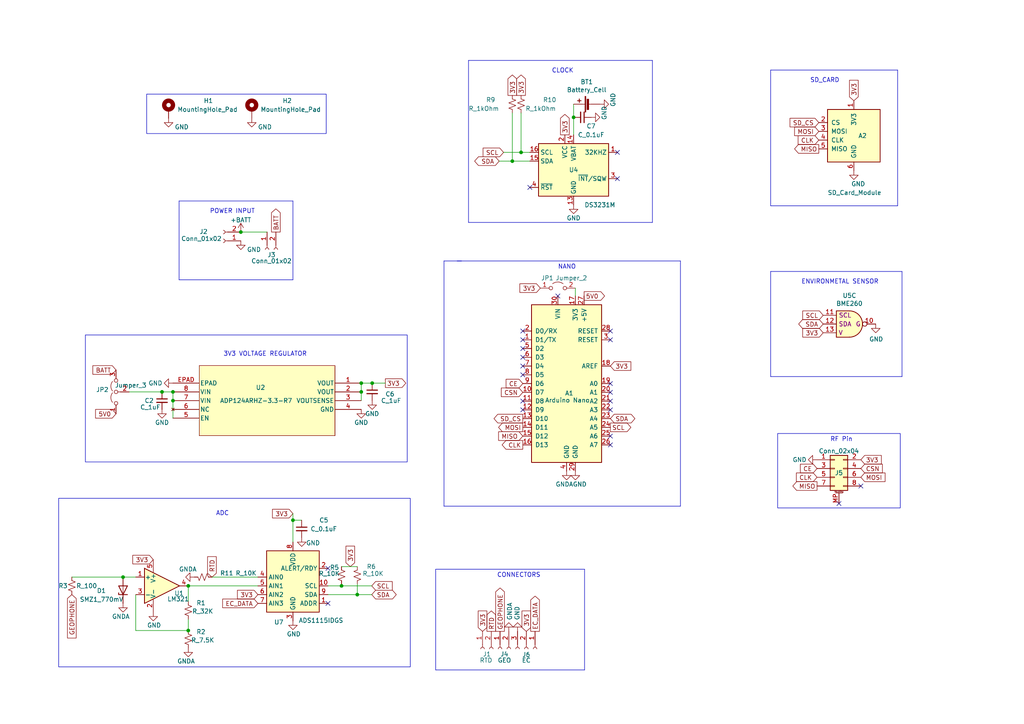
<source format=kicad_sch>
(kicad_sch (version 20250114) (generator "eeschema") (generator_version "9.0")
  (paper "A4")
  (title_block (title "PENETROMETER BOARD") (date "2023-05-05") (company "ARTS LAB"))
  (lib_symbols
    (symbol "4xxx:4023" (pin_names (offset 1.016))
      (property "Reference" "U" (at 0 1.27 0))
      (property "Value" "4023" (at 0 -1.27 0))
      (symbol "4023_1_1"
        (arc (start 0 3.81) (mid 3.7934 0) (end 0 -3.81) (stroke (width 0.254)) (fill (type background)))
        (polyline (pts (xy 0 3.81) (xy -3.81 3.81) (xy -3.81 -3.81) (xy 0 -3.81)) (stroke (width 0.254)) (fill (type background)))
        (pin input line (at -7.62 2.54 0) (length 3.81) (name "~") (number "1"))
        (pin input line (at -7.62 0 0) (length 3.81) (name "~") (number "2"))
        (pin input line (at -7.62 -2.54 0) (length 3.81) (name "~") (number "8"))
        (pin output inverted (at 7.62 0 180) (length 3.81) (name "~") (number "9"))
      )
      (symbol "4023_1_2"
        (arc (start -3.81 3.81) (mid -2.589 0) (end -3.81 -3.81) (stroke (width 0.254)))
        (polyline (pts (xy -3.81 3.81) (xy -0.635 3.81)) (stroke (width 0.254)) (fill (type background)))
        (polyline (pts (xy -3.81 -3.81) (xy -0.635 -3.81)) (stroke (width 0.254)) (fill (type background)))
        (arc (start 3.81 0) (mid 2.1855 -2.584) (end -0.6096 -3.81) (stroke (width 0.254)) (fill (type background)))
        (arc (start -0.6096 3.81) (mid 2.1928 2.5924) (end 3.81 0) (stroke (width 0.254)) (fill (type background)))
        (polyline (pts (xy -0.635 3.81) (xy -3.81 3.81) (xy -3.81 3.81) (xy -3.556 3.4036) (xy -3.0226 2.2606) (xy -2.6924 1.0414) (xy -2.6162 -0.254) (xy -2.7686 -1.4986) (xy -3.175 -2.7178) (xy -3.81 -3.81) (xy -3.81 -3.81) (xy -0.635 -3.81)) (stroke (width -25.4)) (fill (type background)))
        (pin input inverted (at -7.62 2.54 0) (length 4.318) (name "~") (number "1"))
        (pin input inverted (at -7.62 0 0) (length 4.953) (name "~") (number "2"))
        (pin input inverted (at -7.62 -2.54 0) (length 4.318) (name "~") (number "8"))
        (pin output line (at 7.62 0 180) (length 3.81) (name "~") (number "9"))
      )
      (symbol "4023_2_1"
        (arc (start 0 3.81) (mid 3.7934 0) (end 0 -3.81) (stroke (width 0.254)) (fill (type background)))
        (polyline (pts (xy 0 3.81) (xy -3.81 3.81) (xy -3.81 -3.81) (xy 0 -3.81)) (stroke (width 0.254)) (fill (type background)))
        (pin input line (at -7.62 2.54 0) (length 3.81) (name "~") (number "3"))
        (pin input line (at -7.62 0 0) (length 3.81) (name "~") (number "4"))
        (pin input line (at -7.62 -2.54 0) (length 3.81) (name "~") (number "5"))
        (pin output inverted (at 7.62 0 180) (length 3.81) (name "~") (number "6"))
      )
      (symbol "4023_2_2"
        (arc (start -3.81 3.81) (mid -2.589 0) (end -3.81 -3.81) (stroke (width 0.254)))
        (polyline (pts (xy -3.81 3.81) (xy -0.635 3.81)) (stroke (width 0.254)) (fill (type background)))
        (polyline (pts (xy -3.81 -3.81) (xy -0.635 -3.81)) (stroke (width 0.254)) (fill (type background)))
        (arc (start 3.81 0) (mid 2.1855 -2.584) (end -0.6096 -3.81) (stroke (width 0.254)) (fill (type background)))
        (arc (start -0.6096 3.81) (mid 2.1928 2.5924) (end 3.81 0) (stroke (width 0.254)) (fill (type background)))
        (polyline (pts (xy -0.635 3.81) (xy -3.81 3.81) (xy -3.81 3.81) (xy -3.556 3.4036) (xy -3.0226 2.2606) (xy -2.6924 1.0414) (xy -2.6162 -0.254) (xy -2.7686 -1.4986) (xy -3.175 -2.7178) (xy -3.81 -3.81) (xy -3.81 -3.81) (xy -0.635 -3.81)) (stroke (width -25.4)) (fill (type background)))
        (pin input inverted (at -7.62 2.54 0) (length 4.318) (name "~") (number "3"))
        (pin input inverted (at -7.62 0 0) (length 4.953) (name "~") (number "4"))
        (pin input inverted (at -7.62 -2.54 0) (length 4.318) (name "~") (number "5"))
        (pin output line (at 7.62 0 180) (length 3.81) (name "~") (number "6"))
      )
      (symbol "4023_3_1"
        (arc (start 0 3.81) (mid 3.7934 0) (end 0 -3.81) (stroke (width 0.254)) (fill (type background)))
        (polyline (pts (xy 0 3.81) (xy -3.81 3.81) (xy -3.81 -3.81) (xy 0 -3.81)) (stroke (width 0.254)) (fill (type background)))
        (pin input line (at -7.62 2.54 0) (length 3.81) (name "~") (number "11"))
        (pin input line (at -7.62 0 0) (length 3.81) (name "~") (number "12"))
        (pin input line (at -7.62 -2.54 0) (length 3.81) (name "~") (number "13"))
        (pin output inverted (at 7.62 0 180) (length 3.81) (name "~") (number "10"))
      )
      (symbol "4023_3_2"
        (arc (start -3.81 3.81) (mid -2.589 0) (end -3.81 -3.81) (stroke (width 0.254)))
        (polyline (pts (xy -3.81 3.81) (xy -0.635 3.81)) (stroke (width 0.254)) (fill (type background)))
        (polyline (pts (xy -3.81 -3.81) (xy -0.635 -3.81)) (stroke (width 0.254)) (fill (type background)))
        (arc (start 3.81 0) (mid 2.1855 -2.584) (end -0.6096 -3.81) (stroke (width 0.254)) (fill (type background)))
        (arc (start -0.6096 3.81) (mid 2.1928 2.5924) (end 3.81 0) (stroke (width 0.254)) (fill (type background)))
        (polyline (pts (xy -0.635 3.81) (xy -3.81 3.81) (xy -3.81 3.81) (xy -3.556 3.4036) (xy -3.0226 2.2606) (xy -2.6924 1.0414) (xy -2.6162 -0.254) (xy -2.7686 -1.4986) (xy -3.175 -2.7178) (xy -3.81 -3.81) (xy -3.81 -3.81) (xy -0.635 -3.81)) (stroke (width -25.4)) (fill (type background)))
        (pin input inverted (at -7.62 2.54 0) (length 4.318) (name "~") (number "11"))
        (pin input inverted (at -7.62 0 0) (length 4.953) (name "~") (number "12"))
        (pin input inverted (at -7.62 -2.54 0) (length 4.318) (name "~") (number "13"))
        (pin output line (at 7.62 0 180) (length 3.81) (name "~") (number "10"))
      )
      (symbol "4023_4_0"
        (pin power_in line (at 0 12.7 270) (length 5.08) (name "VDD") (number "14"))
        (pin power_in line (at 0 -12.7 90) (length 5.08) (name "VSS") (number "7"))
      )
      (symbol "4023_4_1"
        (rectangle (start -5.08 7.62) (end 5.08 -7.62) (stroke (width 0.254)) (fill (type background)))
      )
    )
    (symbol "Amplifier_Operational:LM321" (pin_names (offset 0.127))
      (property "Reference" "U" (at 0 7.62 0))
      (property "Value" "LM321" (at 0 5.08 0))
      (symbol "LM321_0_1"
        (polyline (pts (xy -5.08 5.08) (xy 5.08 0) (xy -5.08 -5.08) (xy -5.08 5.08)) (stroke (width 0.254)) (fill (type background)))
      )
      (symbol "LM321_1_1"
        (pin input line (at -7.62 2.54 0) (length 2.54) (name "+") (number "1"))
        (pin input line (at -7.62 -2.54 0) (length 2.54) (name "-") (number "3"))
        (pin power_in line (at -2.54 7.62 270) (length 3.81) (name "V+") (number "5"))
        (pin power_in line (at -2.54 -7.62 90) (length 3.81) (name "V-") (number "2"))
        (pin output line (at 7.62 0 180) (length 2.54) (name "~") (number "4"))
      )
    )
    (symbol "Analog_ADC:ADS1115IDGS"
      (property "Reference" "U" (at 2.54 13.97 0))
      (property "Value" "ADS1115IDGS" (at 7.62 11.43 0))
      (symbol "ADS1115IDGS_0_1"
        (rectangle (start -7.62 10.16) (end 7.62 -7.62) (stroke (width 0.254)) (fill (type background)))
      )
      (symbol "ADS1115IDGS_1_1"
        (pin input line (at -10.16 2.54 0) (length 2.54) (name "AIN0") (number "4"))
        (pin input line (at -10.16 0 0) (length 2.54) (name "AIN1") (number "5"))
        (pin input line (at -10.16 -2.54 0) (length 2.54) (name "AIN2") (number "6"))
        (pin input line (at -10.16 -5.08 0) (length 2.54) (name "AIN3") (number "7"))
        (pin power_in line (at 0 12.7 270) (length 2.54) (name "VDD") (number "8"))
        (pin power_in line (at 0 -10.16 90) (length 2.54) (name "GND") (number "3"))
        (pin output line (at 10.16 5.08 180) (length 2.54) (name "ALERT/RDY") (number "2"))
        (pin input line (at 10.16 0 180) (length 2.54) (name "SCL") (number "10"))
        (pin bidirectional line (at 10.16 -2.54 180) (length 2.54) (name "SDA") (number "9"))
        (pin input line (at 10.16 -5.08 180) (length 2.54) (name "ADDR") (number "1"))
      )
    )
    (symbol "Connector:Conn_01x02_Female" (pin_names (offset 1.016) (hide yes))
      (property "Reference" "J" (at 0 2.54 0))
      (property "Value" "Conn_01x02_Female" (at 0 -5.08 0))
      (symbol "Conn_01x02_Female_1_1"
        (polyline (pts (xy -1.27 0) (xy -0.508 0)) (stroke (width 0.1524)))
        (polyline (pts (xy -1.27 -2.54) (xy -0.508 -2.54)) (stroke (width 0.1524)))
        (arc (start 0 -0.508) (mid -0.5058 0) (end 0 0.508) (stroke (width 0.1524)))
        (arc (start 0 -3.048) (mid -0.5058 -2.54) (end 0 -2.032) (stroke (width 0.1524)))
        (pin passive line (at -5.08 0 0) (length 3.81) (name "Pin_1") (number "1"))
        (pin passive line (at -5.08 -2.54 0) (length 3.81) (name "Pin_2") (number "2"))
      )
    )
    (symbol "Connector:Conn_01x03_Socket" (pin_names (offset 1.016) (hide yes))
      (property "Reference" "J" (at 0 5.08 0))
      (property "Value" "Conn_01x03_Socket" (at 0 -5.08 0))
      (symbol "Conn_01x03_Socket_1_1"
        (polyline (pts (xy -1.27 2.54) (xy -0.508 2.54)) (stroke (width 0.1524)))
        (polyline (pts (xy -1.27 0) (xy -0.508 0)) (stroke (width 0.1524)))
        (polyline (pts (xy -1.27 -2.54) (xy -0.508 -2.54)) (stroke (width 0.1524)))
        (arc (start 0 2.032) (mid -0.5058 2.54) (end 0 3.048) (stroke (width 0.1524)))
        (arc (start 0 -0.508) (mid -0.5058 0) (end 0 0.508) (stroke (width 0.1524)))
        (arc (start 0 -3.048) (mid -0.5058 -2.54) (end 0 -2.032) (stroke (width 0.1524)))
        (pin passive line (at -5.08 2.54 0) (length 3.81) (name "Pin_1") (number "1"))
        (pin passive line (at -5.08 0 0) (length 3.81) (name "Pin_2") (number "2"))
        (pin passive line (at -5.08 -2.54 0) (length 3.81) (name "Pin_3") (number "3"))
      )
    )
    (symbol "Connector_Generic_MountingPin:Conn_02x04_Odd_Even_MountingPin" (pin_names (offset 1.016) (hide yes))
      (property "Reference" "J" (at 1.27 5.08 0))
      (property "Value" "Conn_02x04_Odd_Even_MountingPin" (at 2.54 -7.62 0))
      (symbol "Conn_02x04_Odd_Even_MountingPin_1_1"
        (rectangle (start -1.27 3.81) (end 3.81 -6.35) (stroke (width 0.254)) (fill (type background)))
        (rectangle (start -1.27 2.667) (end 0 2.413) (stroke (width 0.1524)))
        (rectangle (start -1.27 0.127) (end 0 -0.127) (stroke (width 0.1524)))
        (rectangle (start -1.27 -2.413) (end 0 -2.667) (stroke (width 0.1524)))
        (rectangle (start -1.27 -4.953) (end 0 -5.207) (stroke (width 0.1524)))
        (polyline (pts (xy 0.254 -7.112) (xy 2.286 -7.112)) (stroke (width 0.1524)))
        (rectangle (start 3.81 2.667) (end 2.54 2.413) (stroke (width 0.1524)))
        (rectangle (start 3.81 0.127) (end 2.54 -0.127) (stroke (width 0.1524)))
        (rectangle (start 3.81 -2.413) (end 2.54 -2.667) (stroke (width 0.1524)))
        (rectangle (start 3.81 -4.953) (end 2.54 -5.207) (stroke (width 0.1524)))
        (text "Mounting" (at 1.27 -6.731 0) (effects (font (size 0.381 0.381))))
        (pin passive line (at -5.08 2.54 0) (length 3.81) (name "Pin_1") (number "1"))
        (pin passive line (at -5.08 0 0) (length 3.81) (name "Pin_3") (number "3"))
        (pin passive line (at -5.08 -2.54 0) (length 3.81) (name "Pin_5") (number "5"))
        (pin passive line (at -5.08 -5.08 0) (length 3.81) (name "Pin_7") (number "7"))
        (pin passive line (at 1.27 -10.16 90) (length 3.048) (name "MountPin") (number "MP"))
        (pin passive line (at 7.62 2.54 180) (length 3.81) (name "Pin_2") (number "2"))
        (pin passive line (at 7.62 0 180) (length 3.81) (name "Pin_4") (number "4"))
        (pin passive line (at 7.62 -2.54 180) (length 3.81) (name "Pin_6") (number "6"))
        (pin passive line (at 7.62 -5.08 180) (length 3.81) (name "Pin_8") (number "8"))
      )
    )
    (symbol "Device:Battery_Cell" (pin_numbers (hide yes)) (pin_names (offset 0) (hide yes))
      (property "Reference" "BT" (at 2.54 2.54 0))
      (property "Value" "Battery_Cell" (at 2.54 0 0))
      (symbol "Battery_Cell_0_1"
        (rectangle (start -2.286 1.778) (end 2.286 1.524) (fill (type outline)))
        (rectangle (start -1.5748 1.1938) (end 1.4732 0.6858) (fill (type outline)))
        (polyline (pts (xy 0 1.778) (xy 0 2.54)))
        (polyline (pts (xy 0 0.762) (xy 0 0)))
        (polyline (pts (xy 0.508 3.429) (xy 1.524 3.429)) (stroke (width 0.254)))
        (polyline (pts (xy 1.016 3.937) (xy 1.016 2.921)) (stroke (width 0.254)))
      )
      (symbol "Battery_Cell_1_1"
        (pin passive line (at 0 5.08 270) (length 2.54) (name "+") (number "1"))
        (pin passive line (at 0 -2.54 90) (length 2.54) (name "-") (number "2"))
      )
    )
    (symbol "Device:C_Small" (pin_numbers (hide yes)) (pin_names (offset 0.254) (hide yes))
      (property "Reference" "C" (at 0.254 1.778 0))
      (property "Value" "C_Small" (at 0.254 -2.032 0))
      (symbol "C_Small_0_1"
        (polyline (pts (xy -1.524 0.508) (xy 1.524 0.508)) (stroke (width 0.3048)))
        (polyline (pts (xy -1.524 -0.508) (xy 1.524 -0.508)) (stroke (width 0.3302)))
      )
      (symbol "C_Small_1_1"
        (pin passive line (at 0 2.54 270) (length 2.032) (name "~") (number "1"))
        (pin passive line (at 0 -2.54 90) (length 2.032) (name "~") (number "2"))
      )
    )
    (symbol "Device:R_Small_US" (pin_numbers (hide yes)) (pin_names (offset 0.254) (hide yes))
      (property "Reference" "R" (at 0.762 0.508 0))
      (property "Value" "R_Small_US" (at 0.762 -1.016 0))
      (symbol "R_Small_US_1_1"
        (polyline (pts (xy 0 1.524) (xy 1.016 1.143) (xy 0 0.762) (xy -1.016 0.381) (xy 0 0)))
        (polyline (pts (xy 0 0) (xy 1.016 -0.381) (xy 0 -0.762) (xy -1.016 -1.143) (xy 0 -1.524)))
        (pin passive line (at 0 2.54 270) (length 1.016) (name "~") (number "1"))
        (pin passive line (at 0 -2.54 90) (length 1.016) (name "~") (number "2"))
      )
    )
    (symbol "Diode:SMZxxx" (pin_numbers (hide yes)) (pin_names (hide yes))
      (property "Reference" "D" (at 0 2.54 0))
      (property "Value" "SMZxxx" (at 0 -2.54 0))
      (symbol "SMZxxx_0_1"
        (polyline (pts (xy -1.27 -1.27) (xy -1.27 1.27) (xy -0.762 1.27)) (stroke (width 0.254)))
        (polyline (pts (xy 1.27 0) (xy -1.27 0)))
        (polyline (pts (xy 1.27 -1.27) (xy 1.27 1.27) (xy -1.27 0) (xy 1.27 -1.27)) (stroke (width 0.254)))
      )
      (symbol "SMZxxx_1_1"
        (pin passive line (at -3.81 0 0) (length 2.54) (name "K") (number "1"))
        (pin passive line (at 3.81 0 180) (length 2.54) (name "A") (number "2"))
      )
    )
    (symbol "Jumper:Jumper_2_Open" (pin_names (offset 0) (hide yes))
      (property "Reference" "JP" (at 0 2.794 0))
      (property "Value" "Jumper_2_Open" (at 0 -2.286 0))
      (symbol "Jumper_2_Open_0_0"
        (circle (center -2.032 0) (radius 0.508))
        (circle (center 2.032 0) (radius 0.508))
      )
      (symbol "Jumper_2_Open_0_1"
        (arc (start -1.524 1.27) (mid 0 1.778) (end 1.524 1.27))
      )
      (symbol "Jumper_2_Open_1_1"
        (pin passive line (at -5.08 0 0) (length 2.54) (name "A") (number "1"))
        (pin passive line (at 5.08 0 180) (length 2.54) (name "B") (number "2"))
      )
    )
    (symbol "Jumper:Jumper_3_Open" (pin_names (offset 0) (hide yes))
      (property "Reference" "JP" (at -2.54 -2.54 0))
      (property "Value" "Jumper_3_Open" (at 0 2.794 0))
      (symbol "Jumper_3_Open_0_0"
        (circle (center -3.302 0) (radius 0.508))
        (circle (center 0 0) (radius 0.508))
        (circle (center 3.302 0) (radius 0.508))
      )
      (symbol "Jumper_3_Open_0_1"
        (arc (start -3.048 1.016) (mid -1.651 1.4992) (end -0.254 1.016))
        (polyline (pts (xy 0 -0.508) (xy 0 -1.27)))
        (arc (start 0.254 1.016) (mid 1.651 1.4992) (end 3.048 1.016))
      )
      (symbol "Jumper_3_Open_1_1"
        (pin passive line (at -6.35 0 0) (length 2.54) (name "A") (number "1"))
        (pin passive line (at 0 -3.81 90) (length 2.54) (name "C") (number "2"))
        (pin passive line (at 6.35 0 180) (length 2.54) (name "B") (number "3"))
      )
    )
    (symbol "Mechanical:MountingHole_Pad" (pin_numbers (hide yes)) (pin_names (offset 1.016) (hide yes))
      (property "Reference" "H" (at 0 6.35 0))
      (property "Value" "MountingHole_Pad" (at 0 4.445 0))
      (symbol "MountingHole_Pad_0_1"
        (circle (center 0 1.27) (radius 1.27) (stroke (width 1.27)))
      )
      (symbol "MountingHole_Pad_1_1"
        (pin input line (at 0 -2.54 90) (length 2.54) (name "1") (number "1"))
      )
    )
    (symbol "Timer_RTC:DS3231M"
      (property "Reference" "U" (at -7.62 8.89 0))
      (property "Value" "DS3231M" (at 10.16 8.89 0))
      (symbol "DS3231M_0_1"
        (rectangle (start -10.16 7.62) (end 10.16 -7.62) (stroke (width 0.254)) (fill (type background)))
      )
      (symbol "DS3231M_1_1"
        (pin input line (at -12.7 5.08 0) (length 2.54) (name "SCL") (number "16"))
        (pin bidirectional line (at -12.7 2.54 0) (length 2.54) (name "SDA") (number "15"))
        (pin bidirectional line (at -12.7 -5.08 0) (length 2.54) (name "~{RST}") (number "4"))
        (pin power_in line (at -2.54 10.16 270) (length 2.54) (name "VCC") (number "2"))
        (pin power_in line (at 0 10.16 270) (length 2.54) (name "VBAT") (number "14"))
        (pin passive line (at 0 -10.16 90) (length 2.54) (hide yes) (name "GND") (number "10"))
        (pin passive line (at 0 -10.16 90) (length 2.54) (hide yes) (name "GND") (number "11"))
        (pin passive line (at 0 -10.16 90) (length 2.54) (hide yes) (name "GND") (number "12"))
        (pin power_in line (at 0 -10.16 90) (length 2.54) (name "GND") (number "13"))
        (pin passive line (at 0 -10.16 90) (length 2.54) (hide yes) (name "GND") (number "5"))
        (pin passive line (at 0 -10.16 90) (length 2.54) (hide yes) (name "GND") (number "6"))
        (pin passive line (at 0 -10.16 90) (length 2.54) (hide yes) (name "GND") (number "7"))
        (pin passive line (at 0 -10.16 90) (length 2.54) (hide yes) (name "GND") (number "8"))
        (pin passive line (at 0 -10.16 90) (length 2.54) (hide yes) (name "GND") (number "9"))
        (pin open_collector line (at 12.7 5.08 180) (length 2.54) (name "32KHZ") (number "1"))
        (pin open_collector line (at 12.7 -2.54 180) (length 2.54) (name "~{INT}/SQW") (number "3"))
      )
    )
    (symbol "power:+BATT" (power) (pin_names (offset 0))
      (property "Value" "+BATT" (at 0 3.556 0))
      (symbol "+BATT_0_1"
        (polyline (pts (xy -0.762 1.27) (xy 0 2.54)))
        (polyline (pts (xy 0 2.54) (xy 0.762 1.27)))
        (polyline (pts (xy 0 0) (xy 0 2.54)))
      )
      (symbol "+BATT_1_1"
        (pin power_in line (at 0 0 90) (length 0) (hide yes) (name "+BATT") (number "1"))
      )
    )
    (symbol "power:GND" (power) (pin_names (offset 0))
      (property "Value" "GND" (at 0 -3.81 0))
      (symbol "GND_0_1"
        (polyline (pts (xy 0 0) (xy 0 -1.27) (xy 1.27 -1.27) (xy 0 -2.54) (xy -1.27 -1.27) (xy 0 -1.27)))
      )
      (symbol "GND_1_1"
        (pin power_in line (at 0 0 270) (length 0) (hide yes) (name "GND") (number "1"))
      )
    )
    (symbol "power:GNDA" (power) (pin_names (offset 0))
      (property "Value" "GNDA" (at 0 -3.81 0))
      (symbol "GNDA_0_1"
        (polyline (pts (xy 0 0) (xy 0 -1.27) (xy 1.27 -1.27) (xy 0 -2.54) (xy -1.27 -1.27) (xy 0 -1.27)))
      )
      (symbol "GNDA_1_1"
        (pin power_in line (at 0 0 270) (length 0) (hide yes) (name "GNDA") (number "1"))
      )
    )
    (symbol "smart penetrometer update-rescue:ADP124ARHZ-3.3-R7" (pin_names (offset 0.254))
      (property "Reference" "U2" (at 29.21 -1.27 0))
      (property "Value" "ADP124ARHZ-3.3-R7" (at 30.48 -5.08 0))
      (symbol "ADP124ARHZ-3.3-R7_0_1"
        (polyline (pts (xy 7.62 5.08) (xy 7.62 -15.24)) (stroke (width 0.127)))
        (pin output line (at 0 0 0) (length 7.62) (name "VOUT") (number "1"))
        (pin output line (at 0 -2.54 0) (length 7.62) (name "VOUT") (number "2"))
        (pin output line (at 0 -5.08 0) (length 7.62) (name "VOUTSENSE") (number "3"))
        (pin power_in line (at 0 -7.62 0) (length 7.62) (name "GND") (number "4"))
        (pin unspecified line (at 54.61 0 180) (length 7.62) (name "EPAD") (number "EPAD"))
        (pin input line (at 54.61 -2.54 180) (length 7.62) (name "VIN") (number "8"))
        (pin input line (at 54.61 -5.08 180) (length 7.62) (name "VIN") (number "7"))
        (pin no_connect line (at 54.61 -7.62 180) (length 7.62) (name "NC") (number "6"))
        (pin input line (at 54.61 -10.16 180) (length 7.62) (name "EN") (number "5"))
      )
      (symbol "ADP124ARHZ-3.3-R7_1_1"
        (rectangle (start 7.62 5.08) (end 46.99 -15.24) (fill (type background)))
      )
    )
    (symbol "smart-penetrometer-update-rescue:Arduino_Nano_v3.x-MCU_Module-kitest-rescue-smart-penetrometer-rescue-smart-penetrometer-update-rescue" (pin_names (offset 1.016))
      (property "Reference" "A" (at -5.08 26.035 0))
      (property "Value" "Arduino_Nano_v3.x-MCU_Module-kitest-rescue-smart-penetrometer-rescue-smart-penetrometer-update-rescue" (at -5.08 24.13 0))
      (symbol "Arduino_Nano_v3.x-MCU_Module-kitest-rescue-smart-penetrometer-rescue-smart-penetrometer-update-rescue_0_1"
        (rectangle (start -10.16 22.86) (end 10.16 -22.86) (stroke (width 0.254)) (fill (type background)))
      )
      (symbol "Arduino_Nano_v3.x-MCU_Module-kitest-rescue-smart-penetrometer-rescue-smart-penetrometer-update-rescue_1_1"
        (pin bidirectional line (at -12.7 15.24 0) (length 2.54) (name "D0/RX") (number "2"))
        (pin bidirectional line (at -12.7 12.7 0) (length 2.54) (name "D1/TX") (number "1"))
        (pin bidirectional line (at -12.7 10.16 0) (length 2.54) (name "D2") (number "5"))
        (pin bidirectional line (at -12.7 7.62 0) (length 2.54) (name "D3") (number "6"))
        (pin bidirectional line (at -12.7 5.08 0) (length 2.54) (name "D4") (number "7"))
        (pin bidirectional line (at -12.7 2.54 0) (length 2.54) (name "D5") (number "8"))
        (pin bidirectional line (at -12.7 0 0) (length 2.54) (name "D6") (number "9"))
        (pin bidirectional line (at -12.7 -2.54 0) (length 2.54) (name "D7") (number "10"))
        (pin bidirectional line (at -12.7 -5.08 0) (length 2.54) (name "D8") (number "11"))
        (pin bidirectional line (at -12.7 -7.62 0) (length 2.54) (name "D9") (number "12"))
        (pin bidirectional line (at -12.7 -10.16 0) (length 2.54) (name "D10") (number "13"))
        (pin bidirectional line (at -12.7 -12.7 0) (length 2.54) (name "D11") (number "14"))
        (pin bidirectional line (at -12.7 -15.24 0) (length 2.54) (name "D12") (number "15"))
        (pin bidirectional line (at -12.7 -17.78 0) (length 2.54) (name "D13") (number "16"))
        (pin power_in line (at -2.54 25.4 270) (length 2.54) (name "VIN") (number "30"))
        (pin power_in line (at 0 -25.4 90) (length 2.54) (name "GND") (number "4"))
        (pin power_out line (at 2.54 25.4 270) (length 2.54) (name "3V3") (number "17"))
        (pin power_in line (at 2.54 -25.4 90) (length 2.54) (name "GND") (number "29"))
        (pin power_out line (at 5.08 25.4 270) (length 2.54) (name "+5V") (number "27"))
        (pin input line (at 12.7 15.24 180) (length 2.54) (name "RESET") (number "28"))
        (pin input line (at 12.7 12.7 180) (length 2.54) (name "RESET") (number "3"))
        (pin input line (at 12.7 5.08 180) (length 2.54) (name "AREF") (number "18"))
        (pin bidirectional line (at 12.7 0 180) (length 2.54) (name "A0") (number "19"))
        (pin bidirectional line (at 12.7 -2.54 180) (length 2.54) (name "A1") (number "20"))
        (pin bidirectional line (at 12.7 -5.08 180) (length 2.54) (name "A2") (number "21"))
        (pin bidirectional line (at 12.7 -7.62 180) (length 2.54) (name "A3") (number "22"))
        (pin bidirectional line (at 12.7 -10.16 180) (length 2.54) (name "A4") (number "23"))
        (pin bidirectional line (at 12.7 -12.7 180) (length 2.54) (name "A5") (number "24"))
        (pin bidirectional line (at 12.7 -15.24 180) (length 2.54) (name "A6") (number "25"))
        (pin bidirectional line (at 12.7 -17.78 180) (length 2.54) (name "A7") (number "26"))
      )
    )
    (symbol "smart-penetrometer-update-rescue:SD_Card_Module-Charleslabs_Parts-kitest-rescue-smart-penetrometer-rescue-smart-penetrometer-update-rescue" (pin_names (offset 1.016))
      (property "Reference" "A" (at -7.62 10.16 0))
      (property "Value" "SD_Card_Module-Charleslabs_Parts-kitest-rescue-smart-penetrometer-rescue-smart-penetrometer-update-rescue" (at 10.16 10.16 0))
      (symbol "SD_Card_Module-Charleslabs_Parts-kitest-rescue-smart-penetrometer-rescue-smart-penetrometer-update-rescue_0_1"
        (rectangle (start -7.62 7.62) (end 7.62 -7.62) (stroke (width 0.254)) (fill (type background)))
      )
      (symbol "SD_Card_Module-Charleslabs_Parts-kitest-rescue-smart-penetrometer-rescue-smart-penetrometer-update-rescue_1_1"
        (pin input line (at -10.16 3.81 0) (length 2.54) (name "CS") (number "2"))
        (pin input line (at -10.16 1.27 0) (length 2.54) (name "MOSI") (number "3"))
        (pin input line (at -10.16 -1.27 0) (length 2.54) (name "CLK") (number "4"))
        (pin tri_state line (at -10.16 -3.81 0) (length 2.54) (name "MISO") (number "5"))
        (pin power_in line (at 0 10.16 270) (length 2.54) (name "3V3") (number "1"))
        (pin power_in line (at 0 -10.16 90) (length 2.54) (name "GND") (number "6"))
      )
    )
  )
  (rectangle (start 42.545 27.305) (end 94.615 38.735))
  (rectangle (start 24.765 97.155) (end 118.11 133.985))
  (rectangle (start 17.018 144.526) (end 118.999 193.421))
  (rectangle (start 225.552 125.73) (end 261.112 147.32))
  (text "ADC" (at 62.611 149.733 0) (effects (font (size 1.27 1.27)) (justify left bottom)))
  (text "POWER INPUT" (at 60.833 62.103 0) (effects (font (size 1.27 1.27)) (justify left bottom)))
  (text "3V3 VOLTAGE REGULATOR" (at 64.77 103.505 0) (effects (font (size 1.27 1.27)) (justify left bottom)))
  (text "NANO" (at 161.798 78.232 0) (effects (font (size 1.27 1.27)) (justify left bottom)))
  (text "CLOCK" (at 160.02 21.336 0) (effects (font (size 1.27 1.27)) (justify left bottom)))
  (text "RF Pin" (at 240.792 128.27 0) (effects (font (size 1.27 1.27)) (justify left bottom)))
  (text "CONNECTORS" (at 144.145 167.64 0) (effects (font (size 1.27 1.27)) (justify left bottom)))
  (text "SD_CARD" (at 234.95 24.13 0) (effects (font (size 1.27 1.27)) (justify left bottom)))
  (text "ENVIRONMETAL SENSOR" (at 232.41 82.55 0) (effects (font (size 1.27 1.27)) (justify left bottom)))
  (junction (at 54.61 169.926))
  (junction (at 151.13 44.196))
  (junction (at 54.61 182.88))
  (junction (at 107.95 111.125))
  (junction (at 103.632 172.466))
  (junction (at 46.99 113.665))
  (junction (at 35.687 167.386))
  (junction (at 166.37 34.036))
  (junction (at 69.85 67.31))
  (junction (at 99.06 169.926))
  (junction (at 50.165 116.205))
  (junction (at 50.165 113.665))
  (junction (at 104.775 113.665))
  (junction (at 104.775 111.125))
  (junction (at 84.963 150.876))
  (junction (at 148.59 46.736))
  (no_connect (at 151.638 108.712))
  (no_connect (at 161.798 85.852))
  (no_connect (at 177.038 111.252))
  (no_connect (at 249.682 140.97))
  (no_connect (at 177.038 98.552))
  (no_connect (at 151.638 116.332))
  (no_connect (at 243.332 146.05))
  (no_connect (at 151.638 118.872))
  (no_connect (at 177.038 129.032))
  (no_connect (at 151.638 106.172))
  (no_connect (at 177.038 116.332))
  (no_connect (at 95.123 175.006))
  (no_connect (at 177.038 118.872))
  (no_connect (at 151.638 101.092))
  (no_connect (at 153.67 54.356))
  (no_connect (at 151.638 98.552))
  (no_connect (at 177.038 113.792))
  (no_connect (at 151.638 96.012))
  (no_connect (at 179.07 44.196))
  (no_connect (at 177.038 126.492))
  (no_connect (at 179.07 51.816))
  (no_connect (at 151.638 103.632))
  (no_connect (at 177.038 96.012))
  (no_connect (at 95.123 164.846))
  (wire (pts (xy 46.99 113.665) (xy 50.165 113.665)))
  (wire (pts (xy 99.06 169.418) (xy 99.06 169.926)))
  (wire (pts (xy 151.13 44.196) (xy 153.67 44.196)))
  (wire (pts (xy 50.165 116.205) (xy 50.165 121.285)))
  (polyline (pts (xy 261.62 109.22) (xy 223.52 109.22)))
  (wire (pts (xy 84.963 148.971) (xy 84.963 150.876)))
  (wire (pts (xy 54.61 182.88) (xy 39.37 182.88)))
  (wire (pts (xy 148.59 46.736) (xy 153.67 46.736)))
  (wire (pts (xy 54.61 169.926) (xy 74.803 169.926)))
  (polyline (pts (xy 189.23 64.516) (xy 189.23 17.526)))
  (polyline (pts (xy 197.358 146.812) (xy 128.778 146.812)))
  (wire (pts (xy 166.37 34.036) (xy 166.37 39.116)))
  (polyline (pts (xy 128.778 146.812) (xy 128.778 75.692)))
  (polyline (pts (xy 223.52 78.74) (xy 223.52 109.22)))
  (polyline (pts (xy 261.62 78.74) (xy 261.62 109.22)))
  (wire (pts (xy 104.775 113.665) (xy 104.775 116.205)))
  (polyline (pts (xy 223.52 59.69) (xy 260.35 59.69)))
  (polyline (pts (xy 51.943 58.293) (xy 51.943 81.153)))
  (wire (pts (xy 74.803 167.386) (xy 61.468 167.386)))
  (wire (pts (xy 104.775 111.125) (xy 107.95 111.125)))
  (polyline (pts (xy 260.35 20.32) (xy 223.52 20.32)))
  (wire (pts (xy 50.165 113.665) (xy 50.165 116.205)))
  (polyline (pts (xy 169.545 165.1) (xy 169.545 194.31)))
  (wire (pts (xy 104.775 111.125) (xy 104.775 113.665)))
  (polyline (pts (xy 84.963 58.293) (xy 51.943 58.293)))
  (wire (pts (xy 151.13 32.766) (xy 151.13 44.196)))
  (wire (pts (xy 69.85 67.31) (xy 77.47 67.31)))
  (polyline (pts (xy 197.358 75.692) (xy 197.358 146.812)))
  (wire (pts (xy 54.61 169.926) (xy 54.61 174.498)))
  (wire (pts (xy 166.878 83.566) (xy 166.878 85.852)))
  (polyline (pts (xy 84.963 81.153) (xy 84.963 58.293)))
  (wire (pts (xy 103.632 169.418) (xy 103.632 172.466)))
  (wire (pts (xy 95.123 172.466) (xy 103.632 172.466)))
  (polyline (pts (xy 223.52 78.74) (xy 261.62 78.74)))
  (polyline (pts (xy 126.365 165.1) (xy 169.545 165.1)))
  (polyline (pts (xy 128.778 75.692) (xy 133.858 75.692)))
  (wire (pts (xy 54.61 179.578) (xy 54.61 182.88)))
  (wire (pts (xy 39.37 182.88) (xy 39.37 172.466)))
  (wire (pts (xy 146.05 44.196) (xy 151.13 44.196)))
  (wire (pts (xy 99.06 169.926) (xy 107.823 169.926)))
  (polyline (pts (xy 223.52 20.32) (xy 223.52 59.69)))
  (wire (pts (xy 166.37 30.226) (xy 166.37 34.036)))
  (wire (pts (xy 20.828 167.386) (xy 35.687 167.386)))
  (wire (pts (xy 103.632 172.466) (xy 107.823 172.466)))
  (polyline (pts (xy 126.365 194.31) (xy 126.365 165.1)))
  (wire (pts (xy 84.963 150.876) (xy 87.503 150.876)))
  (polyline (pts (xy 169.545 194.31) (xy 126.365 194.31)))
  (polyline (pts (xy 135.89 17.526) (xy 189.23 17.526)))
  (polyline (pts (xy 132.588 75.692) (xy 197.358 75.692)))
  (polyline (pts (xy 135.89 17.526) (xy 135.89 64.516)))
  (wire (pts (xy 148.59 32.766) (xy 148.59 46.736)))
  (wire (pts (xy 144.78 46.736) (xy 148.59 46.736)))
  (wire (pts (xy 84.963 150.876) (xy 84.963 157.226)))
  (wire (pts (xy 37.465 113.665) (xy 46.99 113.665)))
  (wire (pts (xy 95.123 169.926) (xy 99.06 169.926)))
  (polyline (pts (xy 51.943 81.153) (xy 84.963 81.153)))
  (wire (pts (xy 35.687 167.386) (xy 39.37 167.386)))
  (polyline (pts (xy 260.35 59.69) (xy 260.35 20.32)))
  (polyline (pts (xy 135.89 64.516) (xy 189.23 64.516)))
  (wire (pts (xy 107.95 111.125) (xy 111.76 111.125)))
  (wire (pts (xy 99.06 164.338) (xy 103.632 164.338)))
  (global_label "3V3" (shape input) (at 44.45 162.306 180) (property "Intersheetrefs" "${INTERSHEET_REFS}" (effects (hide yes))))
  (global_label "SDA" (shape bidirectional) (at 144.78 46.736 180) (property "Intersheetrefs" "${INTERSHEET_REFS}" (effects (hide yes))))
  (global_label "SCL" (shape input) (at 146.05 44.196 180) (property "Intersheetrefs" "${INTERSHEET_REFS}" (effects (hide yes))))
  (global_label "CSN" (shape input) (at 151.638 113.792 180) (property "Intersheetrefs" "${INTERSHEET_REFS}" (effects (hide yes))))
  (global_label "EC_DATA" (shape output) (at 155.194 183.134 90) (property "Intersheetrefs" "${INTERSHEET_REFS}" (effects (hide yes))))
  (global_label "GEOPHONE" (shape input) (at 20.828 172.466 270) (property "Intersheetrefs" "${INTERSHEET_REFS}" (effects (hide yes))))
  (global_label "CLK" (shape input) (at 236.982 138.43 180) (property "Intersheetrefs" "${INTERSHEET_REFS}" (effects (hide yes))))
  (global_label "MOSI" (shape input) (at 237.49 38.1 180) (property "Intersheetrefs" "${INTERSHEET_REFS}" (effects (hide yes))))
  (global_label "SCL" (shape input) (at 238.76 91.44 180) (property "Intersheetrefs" "${INTERSHEET_REFS}" (effects (hide yes))))
  (global_label "CLK" (shape input) (at 237.49 40.64 180) (property "Intersheetrefs" "${INTERSHEET_REFS}" (effects (hide yes))))
  (global_label "5V0" (shape output) (at 169.418 85.852 0) (property "Intersheetrefs" "${INTERSHEET_REFS}" (effects (hide yes))))
  (global_label "SCL" (shape output) (at 177.038 123.952 0) (property "Intersheetrefs" "${INTERSHEET_REFS}" (effects (hide yes))))
  (global_label "3V3" (shape input) (at 139.954 183.134 90) (property "Intersheetrefs" "${INTERSHEET_REFS}" (effects (hide yes))))
  (global_label "3V3" (shape input) (at 177.038 106.172 0) (property "Intersheetrefs" "${INTERSHEET_REFS}" (effects (hide yes))))
  (global_label "3V3" (shape input) (at 152.654 183.134 90) (property "Intersheetrefs" "${INTERSHEET_REFS}" (effects (hide yes))))
  (global_label "EC_DATA" (shape input) (at 74.803 175.006 180) (property "Intersheetrefs" "${INTERSHEET_REFS}" (effects (hide yes))))
  (global_label "3V3" (shape input) (at 101.6 164.338 90) (property "Intersheetrefs" "${INTERSHEET_REFS}" (effects (hide yes))))
  (global_label "CLK" (shape output) (at 151.638 129.032 180) (property "Intersheetrefs" "${INTERSHEET_REFS}" (effects (hide yes))))
  (global_label "GEOPHONE" (shape output) (at 145.034 183.134 90) (property "Intersheetrefs" "${INTERSHEET_REFS}" (effects (hide yes))))
  (global_label "5V0" (shape input) (at 33.655 120.015 180) (property "Intersheetrefs" "${INTERSHEET_REFS}" (effects (hide yes))))
  (global_label "3V3" (shape output) (at 148.59 27.686 90) (property "Intersheetrefs" "${INTERSHEET_REFS}" (effects (hide yes))))
  (global_label "SDA" (shape bidirectional) (at 107.823 172.466 0) (property "Intersheetrefs" "${INTERSHEET_REFS}" (effects (hide yes))))
  (global_label "BATT" (shape output) (at 80.01 67.31 90) (property "Intersheetrefs" "${INTERSHEET_REFS}" (effects (hide yes))))
  (global_label "SD_CS" (shape input) (at 237.49 35.56 180) (property "Intersheetrefs" "${INTERSHEET_REFS}" (effects (hide yes))))
  (global_label "3V3" (shape input) (at 238.76 96.52 180) (property "Intersheetrefs" "${INTERSHEET_REFS}" (effects (hide yes))))
  (global_label "SDA" (shape bidirectional) (at 238.76 93.98 180) (property "Intersheetrefs" "${INTERSHEET_REFS}" (effects (hide yes))))
  (global_label "MISO" (shape output) (at 236.982 140.97 180) (property "Intersheetrefs" "${INTERSHEET_REFS}" (effects (hide yes))))
  (global_label "CSN" (shape input) (at 249.682 135.89 0) (property "Intersheetrefs" "${INTERSHEET_REFS}" (effects (hide yes))))
  (global_label "SD_CS" (shape output) (at 151.638 121.412 180) (property "Intersheetrefs" "${INTERSHEET_REFS}" (effects (hide yes))))
  (global_label "RTD" (shape input) (at 61.468 167.386 90) (property "Intersheetrefs" "${INTERSHEET_REFS}" (effects (hide yes))))
  (global_label "3V3" (shape output) (at 151.13 27.686 90) (property "Intersheetrefs" "${INTERSHEET_REFS}" (effects (hide yes))))
  (global_label "CE" (shape input) (at 236.982 135.89 180) (property "Intersheetrefs" "${INTERSHEET_REFS}" (effects (hide yes))))
  (global_label "3V3" (shape output) (at 111.76 111.125 0) (property "Intersheetrefs" "${INTERSHEET_REFS}" (effects (hide yes))))
  (global_label "MOSI" (shape input) (at 249.682 138.43 0) (property "Intersheetrefs" "${INTERSHEET_REFS}" (effects (hide yes))))
  (global_label "BATT" (shape input) (at 33.655 107.315 180) (property "Intersheetrefs" "${INTERSHEET_REFS}" (effects (hide yes))))
  (global_label "3V3" (shape input) (at 247.65 29.21 90) (property "Intersheetrefs" "${INTERSHEET_REFS}" (effects (hide yes))))
  (global_label "RTD" (shape output) (at 142.494 183.134 90) (property "Intersheetrefs" "${INTERSHEET_REFS}" (effects (hide yes))))
  (global_label "3V3" (shape input) (at 84.963 148.971 180) (property "Intersheetrefs" "${INTERSHEET_REFS}" (effects (hide yes))))
  (global_label "3V3" (shape output) (at 163.83 39.116 90) (property "Intersheetrefs" "${INTERSHEET_REFS}" (effects (hide yes))))
  (global_label "CE" (shape input) (at 151.638 111.252 180) (property "Intersheetrefs" "${INTERSHEET_REFS}" (effects (hide yes))))
  (global_label "3V3" (shape input) (at 74.803 172.466 180) (property "Intersheetrefs" "${INTERSHEET_REFS}" (effects (hide yes))))
  (global_label "3V3" (shape input) (at 156.718 83.566 180) (property "Intersheetrefs" "${INTERSHEET_REFS}" (effects (hide yes))))
  (global_label "SCL" (shape input) (at 107.823 169.926 0) (property "Intersheetrefs" "${INTERSHEET_REFS}" (effects (hide yes))))
  (global_label "MISO" (shape input) (at 151.638 126.492 180) (property "Intersheetrefs" "${INTERSHEET_REFS}" (effects (hide yes))))
  (global_label "MISO" (shape output) (at 237.49 43.18 180) (property "Intersheetrefs" "${INTERSHEET_REFS}" (effects (hide yes))))
  (global_label "3V3" (shape input) (at 249.682 133.35 0) (property "Intersheetrefs" "${INTERSHEET_REFS}" (effects (hide yes))))
  (global_label "SDA" (shape bidirectional) (at 177.038 121.412 0) (property "Intersheetrefs" "${INTERSHEET_REFS}" (effects (hide yes))))
  (global_label "MOSI" (shape output) (at 151.638 123.952 180) (property "Intersheetrefs" "${INTERSHEET_REFS}" (effects (hide yes))))
  (symbol (lib_id "Connector:Conn_01x02_Female") (at 139.954 188.214 90) (mirror x) (unit 1)
    (property "Reference" "J1" (at 141.224 189.738 90))
    (property "Value" "RTD" (at 140.97 191.516 90))
    (property "Footprint" "custom:JST_PH_B2B-PH-K_1x02_P2.00mm_Vertical" (effects (hide yes)))
  )
  (symbol (lib_id "power:GND") (at 87.503 155.956 0) (unit 1)
    (property "Reference" "#PWR011" (effects (hide yes)))
    (property "Value" "GND" (at 92.837 157.48 0) (effects (justify right)))
  )
  (symbol (lib_id "Connector:Conn_01x02_Female") (at 77.47 72.39 90) (mirror x) (unit 1)
    (property "Reference" "J3" (at 78.74 73.914 90))
    (property "Value" "Conn_01x02" (at 78.74 75.692 90))
    (property "Footprint" "custom:JST_PH_B2B-PH-K_1x02_P2.00mm_Vertical" (effects (hide yes)))
  )
  (symbol (lib_id "power:GND") (at 73.025 34.29 0) (unit 1)
    (property "Reference" "#PWR07" (effects (hide yes)))
    (property "Value" "GND" (at 76.835 36.83 0))
  )
  (symbol (lib_id "Device:Battery_Cell") (at 171.45 30.226 90) (unit 1)
    (property "Reference" "BT1" (at 170.18 23.749 90))
    (property "Value" "Battery_Cell" (at 170.18 26.0604 90))
    (property "Footprint" "kitest:battery_holder_10mm" (effects (hide yes)))
  )
  (symbol (lib_id "Device:R_Small_US") (at 54.61 177.038 0) (unit 1)
    (property "Reference" "R1" (at 58.293 174.879 0))
    (property "Value" "R_32K" (at 58.801 177.292 0))
    (property "Footprint" "Resistor_SMD:R_1206_3216Metric" (effects (hide yes)))
  )
  (symbol (lib_id "power:+BATT") (at 69.85 67.31 0) (unit 1)
    (property "Reference" "#PWR04" (effects (hide yes)))
    (property "Value" "+BATT" (at 69.85 63.8081 0))
  )
  (symbol (lib_id "Connector:Conn_01x03_Socket") (at 152.654 188.214 270) (unit 1)
    (property "Reference" "J6" (at 152.654 189.8833 90))
    (property "Value" "EC" (at 152.654 191.516 90))
    (property "Footprint" "custom:JST_PH_B3B-PH-K_1x03_P2.00mm_Vertical" (effects (hide yes)))
    (property "Description" "Generic connector, single row, 01x03, script generated" (effects (hide yes)))
  )
  (symbol (lib_id "Amplifier_Operational:LM321") (at 46.99 169.926 0) (unit 1)
    (property "Reference" "U1" (at 51.943 172.085 0))
    (property "Value" "LM321" (at 51.689 173.736 0))
    (property "Footprint" "Package_TO_SOT_SMD:SOT-23-5" (effects (hide yes)))
    (property "Datasheet" "http://www.ti.com/lit/ds/symlink/lm321.pdf" (effects (hide yes)))
  )
  (symbol (lib_id "power:GND") (at 107.95 116.205 0) (unit 1)
    (property "Reference" "#PWR010" (effects (hide yes)))
    (property "Value" "GND" (at 107.95 120.015 0))
  )
  (symbol (lib_id "power:GND") (at 104.775 118.745 0) (unit 1)
    (property "Reference" "#PWR03" (effects (hide yes)))
    (property "Value" "GND" (at 104.775 122.555 0))
  )
  (symbol (lib_id "smart-penetrometer-update-rescue:SD_Card_Module-Charleslabs_Parts-kitest-rescue-smart-penetrometer-rescue-smart-penetrometer-update-rescue") (at 247.65 39.37 0) (unit 1)
    (property "Reference" "A2" (at 248.92 39.37 0) (effects (justify left)))
    (property "Value" "SD_Card_Module" (at 240.03 55.88 0) (effects (justify left)))
    (property "Footprint" "kitest:SD Module" (effects (hide yes)))
  )
  (symbol (lib_id "power:GND") (at 173.99 30.226 90) (unit 1)
    (property "Reference" "#PWR017" (effects (hide yes)))
    (property "Value" "GND" (at 177.8 28.956 0))
  )
  (symbol (lib_id "power:GNDA") (at 35.687 175.006 0) (unit 1)
    (property "Reference" "#PWR026" (effects (hide yes)))
    (property "Value" "GNDA" (at 35.052 178.816 0))
  )
  (symbol (lib_id "Timer_RTC:DS3231M") (at 166.37 49.276 0) (unit 1)
    (property "Reference" "U4" (at 166.37 49.276 0))
    (property "Value" "DS3231M" (at 173.99 59.436 0))
    (property "Footprint" "Package_SO:SOIC-16W_7.5x10.3mm_P1.27mm" (effects (hide yes)))
    (property "Datasheet" "http://datasheets.maximintegrated.com/en/ds/DS3231.pdf" (effects (hide yes)))
  )
  (symbol (lib_id "power:GNDA") (at 147.574 183.134 180) (unit 1)
    (property "Reference" "#PWR027" (effects (hide yes)))
    (property "Value" "GNDA" (at 147.828 177.292 90))
  )
  (symbol (lib_id "Device:C_Small") (at 107.95 113.665 0) (unit 1)
    (property "Reference" "C6" (at 111.76 114.3 0) (effects (justify left)))
    (property "Value" "C_1uF" (at 110.49 116.205 0) (effects (justify left)))
    (property "Footprint" "Capacitor_SMD:C_1206_3216Metric" (effects (hide yes)))
  )
  (symbol (lib_id "Connector_Generic_MountingPin:Conn_02x04_Odd_Even_MountingPin") (at 242.062 135.89 0) (unit 1)
    (property "Reference" "J5" (at 243.332 137.16 0))
    (property "Value" "Conn_02x04" (at 243.332 130.81 0))
    (property "Footprint" "Connector_PinSocket_2.54mm:PinSocket_2x04_P2.54mm_Vertical" (effects (hide yes)))
  )
  (symbol (lib_id "power:GND") (at 46.99 118.745 0) (unit 1)
    (property "Reference" "#PWR02" (effects (hide yes)))
    (property "Value" "GND" (at 46.99 122.555 0))
  )
  (symbol (lib_id "Connector:Conn_01x02_Female") (at 64.77 69.85 180) (unit 1)
    (property "Reference" "J2" (at 59.055 67.183 0))
    (property "Value" "Conn_01x02" (at 58.42 69.215 0))
    (property "Footprint" "custom:JST_PH_B2B-PH-K_1x02_P2.00mm_Vertical" (effects (hide yes)))
  )
  (symbol (lib_id "Device:R_Small_US") (at 58.928 167.386 270) (mirror x) (unit 1)
    (property "Reference" "R11" (at 65.786 166.243 90))
    (property "Value" "R_10K" (at 71.374 166.243 90))
    (property "Footprint" "Resistor_SMD:R_1206_3216Metric" (effects (hide yes)))
  )
  (symbol (lib_id "4xxx:4023") (at 246.38 93.98 0) (unit 3)
    (property "Reference" "U5" (at 246.38 85.725 0))
    (property "Value" "BME260" (at 246.38 88.0364 0))
    (property "Footprint" "kitest:BME260" (effects (hide yes)))
    (property "Datasheet" "http://www.intersil.com/content/dam/Intersil/documents/cd40/cd4011bms-12bms-23bms.pdf" (effects (hide yes)))
    (property "4" "G" (at 248.92 93.98 0))
    (property "2" "SCL" (at 245.11 91.44 0))
    (property "1" "SDA" (at 245.11 93.98 0))
    (property "3" "V" (at 243.84 96.52 0))
  )
  (symbol (lib_id "power:GND") (at 69.85 69.85 0) (unit 1)
    (property "Reference" "#PWR05" (effects (hide yes)))
    (property "Value" "GND" (at 73.66 72.39 0))
  )
  (symbol (lib_id "power:GNDA") (at 164.338 136.652 0) (unit 1)
    (property "Reference" "#PWR018" (effects (hide yes)))
    (property "Value" "GNDA" (at 163.703 140.462 0))
  )
  (symbol (lib_id "power:GND") (at 48.895 34.29 0) (unit 1)
    (property "Reference" "#PWR01" (effects (hide yes)))
    (property "Value" "GND" (at 52.705 36.83 0))
  )
  (symbol (lib_id "power:GND") (at 166.878 136.652 0) (unit 1)
    (property "Reference" "#PWR019" (effects (hide yes)))
    (property "Value" "GND" (at 168.148 140.462 0))
  )
  (symbol (lib_id "Device:R_Small_US") (at 54.61 185.42 0) (unit 1)
    (property "Reference" "R2" (at 58.293 183.261 0))
    (property "Value" "R_7.5K" (at 58.801 185.674 0))
    (property "Footprint" "Resistor_SMD:R_1206_3216Metric" (effects (hide yes)))
  )
  (symbol (lib_id "Connector:Conn_01x02_Female") (at 145.034 188.214 90) (mirror x) (unit 1)
    (property "Reference" "J4" (at 146.304 189.738 90))
    (property "Value" "GEO" (at 146.304 191.516 90))
    (property "Footprint" "custom:JST_PH_B2B-PH-K_1x02_P2.00mm_Vertical" (effects (hide yes)))
  )
  (symbol (lib_id "Device:C_Small") (at 46.99 116.205 0) (unit 1)
    (property "Reference" "C2" (at 41.91 116.205 0) (effects (justify left)))
    (property "Value" "C_1uF" (at 40.64 118.11 0) (effects (justify left)))
    (property "Footprint" "Capacitor_SMD:C_1206_3216Metric" (effects (hide yes)))
  )
  (symbol (lib_id "Mechanical:MountingHole_Pad") (at 48.895 31.75 0) (unit 1)
    (property "Reference" "H1" (at 59.055 29.21 0) (effects (justify left)))
    (property "Value" "MountingHole_Pad" (at 51.435 31.7573 0) (effects (justify left)))
    (property "Footprint" "MountingHole:MountingHole_3.2mm_M3_Pad" (effects (hide yes)))
  )
  (symbol (lib_id "power:GND") (at 44.45 177.546 0) (unit 1)
    (property "Reference" "#PWR025" (effects (hide yes)))
    (property "Value" "GND" (at 46.736 181.356 0) (effects (justify right)))
  )
  (symbol (lib_id "Mechanical:MountingHole_Pad") (at 73.025 31.75 0) (unit 1)
    (property "Reference" "H2" (at 81.915 29.21 0) (effects (justify left)))
    (property "Value" "MountingHole_Pad" (at 75.565 31.7573 0) (effects (justify left)))
    (property "Footprint" "MountingHole:MountingHole_3.2mm_M3_Pad" (effects (hide yes)))
  )
  (symbol (lib_id "smart-penetrometer-update-rescue:Arduino_Nano_v3.x-MCU_Module-kitest-rescue-smart-penetrometer-rescue-smart-penetrometer-update-rescue") (at 164.338 111.252 0) (unit 1)
    (property "Reference" "A1" (at 165.1 114.046 0))
    (property "Value" "Arduino Nano" (at 164.592 116.078 0))
    (property "Footprint" "Module:Arduino_Nano" (effects (hide yes)))
    (property "Datasheet" "http://www.mouser.com/pdfdocs/Gravitech_Arduino_Nano3_0.pdf" (effects (hide yes)))
  )
  (symbol (lib_id "smart penetrometer update-rescue:ADP124ARHZ-3.3-R7") (at 104.775 111.125 0) (mirror y) (unit 1)
    (property "Reference" "U2" (at 75.565 112.395 0))
    (property "Value" "ADP124ARHZ-3.3-R7" (at 74.295 116.205 0))
    (property "Footprint" "footprint:RH_8_1_ADI" (effects (hide yes)))
    (property "Datasheet" "https://www.analog.com/media/en/technical-documentation/data-sheets/ADP124_125.pdf" (effects (hide yes)))
  )
  (symbol (lib_id "power:GND") (at 150.114 183.134 180) (unit 1)
    (property "Reference" "#PWR014" (effects (hide yes)))
    (property "Value" "GND" (at 149.987 179.8828 90) (effects (justify right)))
  )
  (symbol (lib_id "Device:R_Small_US") (at 99.06 166.878 0) (unit 1)
    (property "Reference" "R5" (at 97.028 164.592 0))
    (property "Value" "R_10K" (at 95.504 166.37 0))
    (property "Footprint" "Resistor_SMD:R_1206_3216Metric" (effects (hide yes)))
  )
  (symbol (lib_id "power:GNDA") (at 54.61 187.96 0) (unit 1)
    (property "Reference" "#PWR024" (effects (hide yes)))
    (property "Value" "GNDA" (at 53.975 191.77 0))
  )
  (symbol (lib_id "Diode:SMZxxx") (at 35.687 171.196 90) (unit 1)
    (property "Reference" "D1" (at 28.067 171.323 90) (effects (justify right)))
    (property "Value" "SMZ1_770mV" (at 23.114 173.863 90) (effects (justify right)))
    (property "Footprint" "Diode_SMD:D_MELF" (effects (hide yes)))
    (property "Datasheet" "https://diotec.com/tl_files/diotec/files/pdf/datasheets/smz1.pdf" (effects (hide yes)))
  )
  (symbol (lib_id "power:GND") (at 254 93.98 0) (unit 1)
    (property "Reference" "#PWR023" (effects (hide yes)))
    (property "Value" "GND" (at 254.127 98.3742 0))
  )
  (symbol (lib_id "power:GND") (at 166.37 59.436 0) (unit 1)
    (property "Reference" "#PWR015" (effects (hide yes)))
    (property "Value" "GND" (at 166.37 63.246 0))
  )
  (symbol (lib_id "Device:R_Small_US") (at 148.59 30.226 0) (unit 1)
    (property "Reference" "R9" (at 140.97 28.956 0) (effects (justify left)))
    (property "Value" "R_1kOhm" (at 135.89 31.496 0) (effects (justify left)))
    (property "Footprint" "Resistor_SMD:R_1206_3216Metric" (effects (hide yes)))
  )
  (symbol (lib_id "Analog_ADC:ADS1115IDGS") (at 84.963 169.926 0) (unit 1)
    (property "Reference" "U7" (at 79.502 180.467 0) (effects (justify left)))
    (property "Value" "ADS1115IDGS" (at 86.614 179.959 0) (effects (justify left)))
    (property "Footprint" "Package_SO:TSSOP-10_3x3mm_P0.5mm" (effects (hide yes)))
    (property "Datasheet" "http://www.ti.com/lit/ds/symlink/ads1113.pdf" (effects (hide yes)))
  )
  (symbol (lib_id "Device:C_Small") (at 168.91 34.036 270) (unit 1)
    (property "Reference" "C7" (at 171.45 36.576 90))
    (property "Value" "C_0.1uF" (at 171.45 39.116 90))
    (property "Footprint" "Capacitor_SMD:C_1206_3216Metric" (effects (hide yes)))
  )
  (symbol (lib_id "power:GNDA") (at 56.388 167.386 270) (mirror x) (unit 1)
    (property "Reference" "#PWR020" (effects (hide yes)))
    (property "Value" "GNDA" (at 54.483 165.1 90))
  )
  (symbol (lib_id "power:GND") (at 247.65 49.53 0) (unit 1)
    (property "Reference" "#PWR022" (effects (hide yes)))
    (property "Value" "GND" (at 248.92 53.34 0))
  )
  (symbol (lib_id "Device:C_Small") (at 87.503 153.416 0) (unit 1)
    (property "Reference" "C5" (at 92.583 150.876 0) (effects (justify left)))
    (property "Value" "C_0.1uF" (at 90.043 153.416 0) (effects (justify left)))
    (property "Footprint" "Capacitor_SMD:C_1206_3216Metric" (effects (hide yes)))
  )
  (symbol (lib_id "power:GND") (at 171.45 34.036 90) (unit 1)
    (property "Reference" "#PWR016" (effects (hide yes)))
    (property "Value" "GND" (at 175.26 32.766 0))
  )
  (symbol (lib_id "power:GND") (at 50.165 111.125 270) (unit 1)
    (property "Reference" "#PWR013" (effects (hide yes)))
    (property "Value" "GND" (at 45.085 111.125 90))
  )
  (symbol (lib_id "Device:R_Small_US") (at 20.828 169.926 180) (unit 1)
    (property "Reference" "R3" (at 18.288 169.926 0))
    (property "Value" "R_100" (at 25.146 169.926 0))
    (property "Footprint" "Resistor_SMD:R_1206_3216Metric" (effects (hide yes)))
  )
  (symbol (lib_id "Jumper:Jumper_2_Open") (at 161.798 83.566 0) (unit 1)
    (property "Reference" "JP1" (at 158.75 80.645 0))
    (property "Value" "Jumper_2" (at 165.735 80.645 0))
    (property "Footprint" "Connector_PinHeader_2.54mm:PinHeader_1x02_P2.54mm_Vertical" (effects (hide yes)))
  )
  (symbol (lib_id "Device:R_Small_US") (at 103.632 166.878 0) (mirror y) (unit 1)
    (property "Reference" "R6" (at 107.696 164.338 0))
    (property "Value" "R_10K" (at 108.204 166.37 0))
    (property "Footprint" "Resistor_SMD:R_1206_3216Metric" (effects (hide yes)))
  )
  (symbol (lib_id "Device:R_Small_US") (at 151.13 30.226 0) (unit 1)
    (property "Reference" "R10" (at 157.48 28.956 0) (effects (justify left)))
    (property "Value" "R_1kOhm" (at 152.4 31.496 0) (effects (justify left)))
    (property "Footprint" "Resistor_SMD:R_1206_3216Metric" (effects (hide yes)))
  )
  (symbol (lib_id "power:GND") (at 236.982 133.35 270) (unit 1)
    (property "Reference" "#PWR021" (effects (hide yes)))
    (property "Value" "GND" (at 231.902 133.35 90))
  )
  (symbol (lib_id "Jumper:Jumper_3_Open") (at 33.655 113.665 90) (unit 1)
    (property "Reference" "JP2" (at 31.5209 113.0213 90) (effects (justify left)))
    (property "Value" "Jumper_3" (at 42.545 111.76 90) (effects (justify left)))
    (property "Footprint" "Connector_PinHeader_2.54mm:PinHeader_1x03_P2.54mm_Vertical" (effects (hide yes)))
  )
  (symbol (lib_id "power:GND") (at 84.963 180.086 0) (unit 1)
    (property "Reference" "#PWR09" (effects (hide yes)))
    (property "Value" "GND" (at 87.249 183.896 0) (effects (justify right)))
  )
)
</source>
